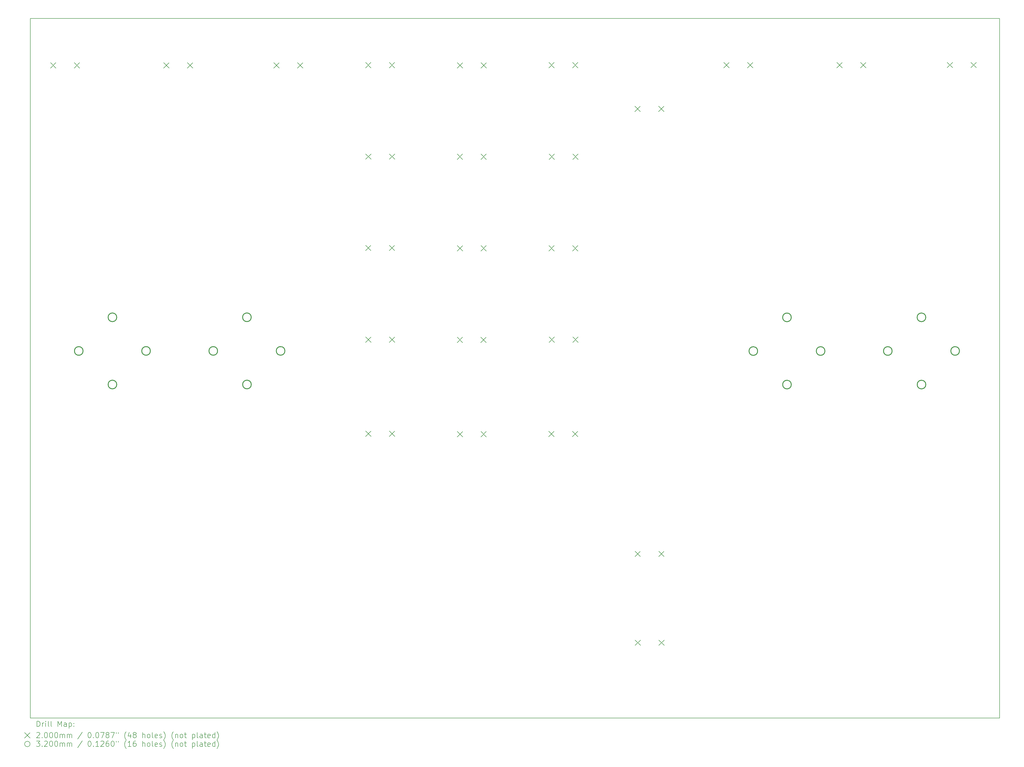
<source format=gbr>
%FSLAX45Y45*%
G04 Gerber Fmt 4.5, Leading zero omitted, Abs format (unit mm)*
G04 Created by KiCad (PCBNEW 5.99.0-unknown-91e456113f~131~ubuntu20.04.1) date 2021-09-21 13:45:02*
%MOMM*%
%LPD*%
G01*
G04 APERTURE LIST*
%TA.AperFunction,Profile*%
%ADD10C,0.150000*%
%TD*%
%ADD11C,0.200000*%
%ADD12C,0.320000*%
G04 APERTURE END LIST*
D10*
X47900000Y-31100000D02*
X11900000Y-31100000D01*
X11900000Y-31100000D02*
X11900000Y-5100000D01*
X47900000Y-5100000D02*
X47900000Y-31100000D01*
X11900000Y-5100000D02*
X47900000Y-5100000D01*
D11*
X12655000Y-6747000D02*
X12855000Y-6947000D01*
X12855000Y-6747000D02*
X12655000Y-6947000D01*
X13535000Y-6747000D02*
X13735000Y-6947000D01*
X13735000Y-6747000D02*
X13535000Y-6947000D01*
X16857000Y-6748000D02*
X17057000Y-6948000D01*
X17057000Y-6748000D02*
X16857000Y-6948000D01*
X17737000Y-6748000D02*
X17937000Y-6948000D01*
X17937000Y-6748000D02*
X17737000Y-6948000D01*
X20946000Y-6746000D02*
X21146000Y-6946000D01*
X21146000Y-6746000D02*
X20946000Y-6946000D01*
X21826000Y-6746000D02*
X22026000Y-6946000D01*
X22026000Y-6746000D02*
X21826000Y-6946000D01*
X24355000Y-13533000D02*
X24555000Y-13733000D01*
X24555000Y-13533000D02*
X24355000Y-13733000D01*
X24356000Y-6737000D02*
X24556000Y-6937000D01*
X24556000Y-6737000D02*
X24356000Y-6937000D01*
X24358000Y-16942000D02*
X24558000Y-17142000D01*
X24558000Y-16942000D02*
X24358000Y-17142000D01*
X24359000Y-10138000D02*
X24559000Y-10338000D01*
X24559000Y-10138000D02*
X24359000Y-10338000D01*
X24361000Y-20435000D02*
X24561000Y-20635000D01*
X24561000Y-20435000D02*
X24361000Y-20635000D01*
X25235000Y-13533000D02*
X25435000Y-13733000D01*
X25435000Y-13533000D02*
X25235000Y-13733000D01*
X25236000Y-6737000D02*
X25436000Y-6937000D01*
X25436000Y-6737000D02*
X25236000Y-6937000D01*
X25238000Y-16942000D02*
X25438000Y-17142000D01*
X25438000Y-16942000D02*
X25238000Y-17142000D01*
X25239000Y-10138000D02*
X25439000Y-10338000D01*
X25439000Y-10138000D02*
X25239000Y-10338000D01*
X25241000Y-20435000D02*
X25441000Y-20635000D01*
X25441000Y-20435000D02*
X25241000Y-20635000D01*
X27757000Y-16946000D02*
X27957000Y-17146000D01*
X27957000Y-16946000D02*
X27757000Y-17146000D01*
X27759000Y-10140000D02*
X27959000Y-10340000D01*
X27959000Y-10140000D02*
X27759000Y-10340000D01*
X27760000Y-13543000D02*
X27960000Y-13743000D01*
X27960000Y-13543000D02*
X27760000Y-13743000D01*
X27760000Y-20455000D02*
X27960000Y-20655000D01*
X27960000Y-20455000D02*
X27760000Y-20655000D01*
X27761000Y-6744000D02*
X27961000Y-6944000D01*
X27961000Y-6744000D02*
X27761000Y-6944000D01*
X28637000Y-16946000D02*
X28837000Y-17146000D01*
X28837000Y-16946000D02*
X28637000Y-17146000D01*
X28639000Y-10140000D02*
X28839000Y-10340000D01*
X28839000Y-10140000D02*
X28639000Y-10340000D01*
X28640000Y-13543000D02*
X28840000Y-13743000D01*
X28840000Y-13543000D02*
X28640000Y-13743000D01*
X28640000Y-20455000D02*
X28840000Y-20655000D01*
X28840000Y-20455000D02*
X28640000Y-20655000D01*
X28641000Y-6744000D02*
X28841000Y-6944000D01*
X28841000Y-6744000D02*
X28641000Y-6944000D01*
X31160000Y-20445000D02*
X31360000Y-20645000D01*
X31360000Y-20445000D02*
X31160000Y-20645000D01*
X31161000Y-6738000D02*
X31361000Y-6938000D01*
X31361000Y-6738000D02*
X31161000Y-6938000D01*
X31161000Y-13543000D02*
X31361000Y-13743000D01*
X31361000Y-13543000D02*
X31161000Y-13743000D01*
X31169697Y-10140219D02*
X31369697Y-10340219D01*
X31369697Y-10140219D02*
X31169697Y-10340219D01*
X31170000Y-16940000D02*
X31370000Y-17140000D01*
X31370000Y-16940000D02*
X31170000Y-17140000D01*
X32040000Y-20445000D02*
X32240000Y-20645000D01*
X32240000Y-20445000D02*
X32040000Y-20645000D01*
X32041000Y-6738000D02*
X32241000Y-6938000D01*
X32241000Y-6738000D02*
X32041000Y-6938000D01*
X32041000Y-13543000D02*
X32241000Y-13743000D01*
X32241000Y-13543000D02*
X32041000Y-13743000D01*
X32049697Y-10140219D02*
X32249697Y-10340219D01*
X32249697Y-10140219D02*
X32049697Y-10340219D01*
X32050000Y-16940000D02*
X32250000Y-17140000D01*
X32250000Y-16940000D02*
X32050000Y-17140000D01*
X34360000Y-8364801D02*
X34560000Y-8564801D01*
X34560000Y-8364801D02*
X34360000Y-8564801D01*
X34363000Y-24904000D02*
X34563000Y-25104000D01*
X34563000Y-24904000D02*
X34363000Y-25104000D01*
X34366000Y-28204000D02*
X34566000Y-28404000D01*
X34566000Y-28204000D02*
X34366000Y-28404000D01*
X35240000Y-8364801D02*
X35440000Y-8564801D01*
X35440000Y-8364801D02*
X35240000Y-8564801D01*
X35243000Y-24904000D02*
X35443000Y-25104000D01*
X35443000Y-24904000D02*
X35243000Y-25104000D01*
X35246000Y-28204000D02*
X35446000Y-28404000D01*
X35446000Y-28204000D02*
X35246000Y-28404000D01*
X37659000Y-6738000D02*
X37859000Y-6938000D01*
X37859000Y-6738000D02*
X37659000Y-6938000D01*
X38539000Y-6738000D02*
X38739000Y-6938000D01*
X38739000Y-6738000D02*
X38539000Y-6938000D01*
X41861000Y-6739000D02*
X42061000Y-6939000D01*
X42061000Y-6739000D02*
X41861000Y-6939000D01*
X42741000Y-6739000D02*
X42941000Y-6939000D01*
X42941000Y-6739000D02*
X42741000Y-6939000D01*
X45957000Y-6733000D02*
X46157000Y-6933000D01*
X46157000Y-6733000D02*
X45957000Y-6933000D01*
X46837000Y-6733000D02*
X47037000Y-6933000D01*
X47037000Y-6733000D02*
X46837000Y-6933000D01*
D12*
X13862000Y-17460000D02*
G75*
G03*
X13862000Y-17460000I-160000J0D01*
G01*
X15112000Y-16209000D02*
G75*
G03*
X15112000Y-16209000I-160000J0D01*
G01*
X15112000Y-18707000D02*
G75*
G03*
X15112000Y-18707000I-160000J0D01*
G01*
X16362000Y-17458000D02*
G75*
G03*
X16362000Y-17458000I-160000J0D01*
G01*
X18858000Y-17458000D02*
G75*
G03*
X18858000Y-17458000I-160000J0D01*
G01*
X20107000Y-16208000D02*
G75*
G03*
X20107000Y-16208000I-160000J0D01*
G01*
X20109000Y-18706000D02*
G75*
G03*
X20109000Y-18706000I-160000J0D01*
G01*
X21358000Y-17457000D02*
G75*
G03*
X21358000Y-17457000I-160000J0D01*
G01*
X38916000Y-17463000D02*
G75*
G03*
X38916000Y-17463000I-160000J0D01*
G01*
X40165000Y-16212000D02*
G75*
G03*
X40165000Y-16212000I-160000J0D01*
G01*
X40166000Y-18709000D02*
G75*
G03*
X40166000Y-18709000I-160000J0D01*
G01*
X41415000Y-17462000D02*
G75*
G03*
X41415000Y-17462000I-160000J0D01*
G01*
X43911000Y-17461000D02*
G75*
G03*
X43911000Y-17461000I-160000J0D01*
G01*
X45160000Y-16210000D02*
G75*
G03*
X45160000Y-16210000I-160000J0D01*
G01*
X45162000Y-18709000D02*
G75*
G03*
X45162000Y-18709000I-160000J0D01*
G01*
X46411000Y-17459000D02*
G75*
G03*
X46411000Y-17459000I-160000J0D01*
G01*
D11*
X12150119Y-31417976D02*
X12150119Y-31217976D01*
X12197738Y-31217976D01*
X12226309Y-31227500D01*
X12245357Y-31246548D01*
X12254881Y-31265595D01*
X12264405Y-31303690D01*
X12264405Y-31332262D01*
X12254881Y-31370357D01*
X12245357Y-31389405D01*
X12226309Y-31408452D01*
X12197738Y-31417976D01*
X12150119Y-31417976D01*
X12350119Y-31417976D02*
X12350119Y-31284643D01*
X12350119Y-31322738D02*
X12359643Y-31303690D01*
X12369167Y-31294167D01*
X12388214Y-31284643D01*
X12407262Y-31284643D01*
X12473928Y-31417976D02*
X12473928Y-31284643D01*
X12473928Y-31217976D02*
X12464405Y-31227500D01*
X12473928Y-31237024D01*
X12483452Y-31227500D01*
X12473928Y-31217976D01*
X12473928Y-31237024D01*
X12597738Y-31417976D02*
X12578690Y-31408452D01*
X12569167Y-31389405D01*
X12569167Y-31217976D01*
X12702500Y-31417976D02*
X12683452Y-31408452D01*
X12673928Y-31389405D01*
X12673928Y-31217976D01*
X12931071Y-31417976D02*
X12931071Y-31217976D01*
X12997738Y-31360833D01*
X13064405Y-31217976D01*
X13064405Y-31417976D01*
X13245357Y-31417976D02*
X13245357Y-31313214D01*
X13235833Y-31294167D01*
X13216786Y-31284643D01*
X13178690Y-31284643D01*
X13159643Y-31294167D01*
X13245357Y-31408452D02*
X13226309Y-31417976D01*
X13178690Y-31417976D01*
X13159643Y-31408452D01*
X13150119Y-31389405D01*
X13150119Y-31370357D01*
X13159643Y-31351309D01*
X13178690Y-31341786D01*
X13226309Y-31341786D01*
X13245357Y-31332262D01*
X13340595Y-31284643D02*
X13340595Y-31484643D01*
X13340595Y-31294167D02*
X13359643Y-31284643D01*
X13397738Y-31284643D01*
X13416786Y-31294167D01*
X13426309Y-31303690D01*
X13435833Y-31322738D01*
X13435833Y-31379881D01*
X13426309Y-31398928D01*
X13416786Y-31408452D01*
X13397738Y-31417976D01*
X13359643Y-31417976D01*
X13340595Y-31408452D01*
X13521548Y-31398928D02*
X13531071Y-31408452D01*
X13521548Y-31417976D01*
X13512024Y-31408452D01*
X13521548Y-31398928D01*
X13521548Y-31417976D01*
X13521548Y-31294167D02*
X13531071Y-31303690D01*
X13521548Y-31313214D01*
X13512024Y-31303690D01*
X13521548Y-31294167D01*
X13521548Y-31313214D01*
X11692500Y-31647500D02*
X11892500Y-31847500D01*
X11892500Y-31647500D02*
X11692500Y-31847500D01*
X12140595Y-31657024D02*
X12150119Y-31647500D01*
X12169167Y-31637976D01*
X12216786Y-31637976D01*
X12235833Y-31647500D01*
X12245357Y-31657024D01*
X12254881Y-31676071D01*
X12254881Y-31695119D01*
X12245357Y-31723690D01*
X12131071Y-31837976D01*
X12254881Y-31837976D01*
X12340595Y-31818928D02*
X12350119Y-31828452D01*
X12340595Y-31837976D01*
X12331071Y-31828452D01*
X12340595Y-31818928D01*
X12340595Y-31837976D01*
X12473928Y-31637976D02*
X12492976Y-31637976D01*
X12512024Y-31647500D01*
X12521548Y-31657024D01*
X12531071Y-31676071D01*
X12540595Y-31714167D01*
X12540595Y-31761786D01*
X12531071Y-31799881D01*
X12521548Y-31818928D01*
X12512024Y-31828452D01*
X12492976Y-31837976D01*
X12473928Y-31837976D01*
X12454881Y-31828452D01*
X12445357Y-31818928D01*
X12435833Y-31799881D01*
X12426309Y-31761786D01*
X12426309Y-31714167D01*
X12435833Y-31676071D01*
X12445357Y-31657024D01*
X12454881Y-31647500D01*
X12473928Y-31637976D01*
X12664405Y-31637976D02*
X12683452Y-31637976D01*
X12702500Y-31647500D01*
X12712024Y-31657024D01*
X12721548Y-31676071D01*
X12731071Y-31714167D01*
X12731071Y-31761786D01*
X12721548Y-31799881D01*
X12712024Y-31818928D01*
X12702500Y-31828452D01*
X12683452Y-31837976D01*
X12664405Y-31837976D01*
X12645357Y-31828452D01*
X12635833Y-31818928D01*
X12626309Y-31799881D01*
X12616786Y-31761786D01*
X12616786Y-31714167D01*
X12626309Y-31676071D01*
X12635833Y-31657024D01*
X12645357Y-31647500D01*
X12664405Y-31637976D01*
X12854881Y-31637976D02*
X12873928Y-31637976D01*
X12892976Y-31647500D01*
X12902500Y-31657024D01*
X12912024Y-31676071D01*
X12921548Y-31714167D01*
X12921548Y-31761786D01*
X12912024Y-31799881D01*
X12902500Y-31818928D01*
X12892976Y-31828452D01*
X12873928Y-31837976D01*
X12854881Y-31837976D01*
X12835833Y-31828452D01*
X12826309Y-31818928D01*
X12816786Y-31799881D01*
X12807262Y-31761786D01*
X12807262Y-31714167D01*
X12816786Y-31676071D01*
X12826309Y-31657024D01*
X12835833Y-31647500D01*
X12854881Y-31637976D01*
X13007262Y-31837976D02*
X13007262Y-31704643D01*
X13007262Y-31723690D02*
X13016786Y-31714167D01*
X13035833Y-31704643D01*
X13064405Y-31704643D01*
X13083452Y-31714167D01*
X13092976Y-31733214D01*
X13092976Y-31837976D01*
X13092976Y-31733214D02*
X13102500Y-31714167D01*
X13121548Y-31704643D01*
X13150119Y-31704643D01*
X13169167Y-31714167D01*
X13178690Y-31733214D01*
X13178690Y-31837976D01*
X13273928Y-31837976D02*
X13273928Y-31704643D01*
X13273928Y-31723690D02*
X13283452Y-31714167D01*
X13302500Y-31704643D01*
X13331071Y-31704643D01*
X13350119Y-31714167D01*
X13359643Y-31733214D01*
X13359643Y-31837976D01*
X13359643Y-31733214D02*
X13369167Y-31714167D01*
X13388214Y-31704643D01*
X13416786Y-31704643D01*
X13435833Y-31714167D01*
X13445357Y-31733214D01*
X13445357Y-31837976D01*
X13835833Y-31628452D02*
X13664405Y-31885595D01*
X14092976Y-31637976D02*
X14112024Y-31637976D01*
X14131071Y-31647500D01*
X14140595Y-31657024D01*
X14150119Y-31676071D01*
X14159643Y-31714167D01*
X14159643Y-31761786D01*
X14150119Y-31799881D01*
X14140595Y-31818928D01*
X14131071Y-31828452D01*
X14112024Y-31837976D01*
X14092976Y-31837976D01*
X14073928Y-31828452D01*
X14064405Y-31818928D01*
X14054881Y-31799881D01*
X14045357Y-31761786D01*
X14045357Y-31714167D01*
X14054881Y-31676071D01*
X14064405Y-31657024D01*
X14073928Y-31647500D01*
X14092976Y-31637976D01*
X14245357Y-31818928D02*
X14254881Y-31828452D01*
X14245357Y-31837976D01*
X14235833Y-31828452D01*
X14245357Y-31818928D01*
X14245357Y-31837976D01*
X14378690Y-31637976D02*
X14397738Y-31637976D01*
X14416786Y-31647500D01*
X14426309Y-31657024D01*
X14435833Y-31676071D01*
X14445357Y-31714167D01*
X14445357Y-31761786D01*
X14435833Y-31799881D01*
X14426309Y-31818928D01*
X14416786Y-31828452D01*
X14397738Y-31837976D01*
X14378690Y-31837976D01*
X14359643Y-31828452D01*
X14350119Y-31818928D01*
X14340595Y-31799881D01*
X14331071Y-31761786D01*
X14331071Y-31714167D01*
X14340595Y-31676071D01*
X14350119Y-31657024D01*
X14359643Y-31647500D01*
X14378690Y-31637976D01*
X14512024Y-31637976D02*
X14645357Y-31637976D01*
X14559643Y-31837976D01*
X14750119Y-31723690D02*
X14731071Y-31714167D01*
X14721548Y-31704643D01*
X14712024Y-31685595D01*
X14712024Y-31676071D01*
X14721548Y-31657024D01*
X14731071Y-31647500D01*
X14750119Y-31637976D01*
X14788214Y-31637976D01*
X14807262Y-31647500D01*
X14816786Y-31657024D01*
X14826309Y-31676071D01*
X14826309Y-31685595D01*
X14816786Y-31704643D01*
X14807262Y-31714167D01*
X14788214Y-31723690D01*
X14750119Y-31723690D01*
X14731071Y-31733214D01*
X14721548Y-31742738D01*
X14712024Y-31761786D01*
X14712024Y-31799881D01*
X14721548Y-31818928D01*
X14731071Y-31828452D01*
X14750119Y-31837976D01*
X14788214Y-31837976D01*
X14807262Y-31828452D01*
X14816786Y-31818928D01*
X14826309Y-31799881D01*
X14826309Y-31761786D01*
X14816786Y-31742738D01*
X14807262Y-31733214D01*
X14788214Y-31723690D01*
X14892976Y-31637976D02*
X15026309Y-31637976D01*
X14940595Y-31837976D01*
X15092976Y-31637976D02*
X15092976Y-31676071D01*
X15169167Y-31637976D02*
X15169167Y-31676071D01*
X15464405Y-31914167D02*
X15454881Y-31904643D01*
X15435833Y-31876071D01*
X15426309Y-31857024D01*
X15416786Y-31828452D01*
X15407262Y-31780833D01*
X15407262Y-31742738D01*
X15416786Y-31695119D01*
X15426309Y-31666548D01*
X15435833Y-31647500D01*
X15454881Y-31618928D01*
X15464405Y-31609405D01*
X15626309Y-31704643D02*
X15626309Y-31837976D01*
X15578690Y-31628452D02*
X15531071Y-31771309D01*
X15654881Y-31771309D01*
X15759643Y-31723690D02*
X15740595Y-31714167D01*
X15731071Y-31704643D01*
X15721548Y-31685595D01*
X15721548Y-31676071D01*
X15731071Y-31657024D01*
X15740595Y-31647500D01*
X15759643Y-31637976D01*
X15797738Y-31637976D01*
X15816786Y-31647500D01*
X15826309Y-31657024D01*
X15835833Y-31676071D01*
X15835833Y-31685595D01*
X15826309Y-31704643D01*
X15816786Y-31714167D01*
X15797738Y-31723690D01*
X15759643Y-31723690D01*
X15740595Y-31733214D01*
X15731071Y-31742738D01*
X15721548Y-31761786D01*
X15721548Y-31799881D01*
X15731071Y-31818928D01*
X15740595Y-31828452D01*
X15759643Y-31837976D01*
X15797738Y-31837976D01*
X15816786Y-31828452D01*
X15826309Y-31818928D01*
X15835833Y-31799881D01*
X15835833Y-31761786D01*
X15826309Y-31742738D01*
X15816786Y-31733214D01*
X15797738Y-31723690D01*
X16073928Y-31837976D02*
X16073928Y-31637976D01*
X16159643Y-31837976D02*
X16159643Y-31733214D01*
X16150119Y-31714167D01*
X16131071Y-31704643D01*
X16102500Y-31704643D01*
X16083452Y-31714167D01*
X16073928Y-31723690D01*
X16283452Y-31837976D02*
X16264405Y-31828452D01*
X16254881Y-31818928D01*
X16245357Y-31799881D01*
X16245357Y-31742738D01*
X16254881Y-31723690D01*
X16264405Y-31714167D01*
X16283452Y-31704643D01*
X16312024Y-31704643D01*
X16331071Y-31714167D01*
X16340595Y-31723690D01*
X16350119Y-31742738D01*
X16350119Y-31799881D01*
X16340595Y-31818928D01*
X16331071Y-31828452D01*
X16312024Y-31837976D01*
X16283452Y-31837976D01*
X16464405Y-31837976D02*
X16445357Y-31828452D01*
X16435833Y-31809405D01*
X16435833Y-31637976D01*
X16616786Y-31828452D02*
X16597738Y-31837976D01*
X16559643Y-31837976D01*
X16540595Y-31828452D01*
X16531071Y-31809405D01*
X16531071Y-31733214D01*
X16540595Y-31714167D01*
X16559643Y-31704643D01*
X16597738Y-31704643D01*
X16616786Y-31714167D01*
X16626309Y-31733214D01*
X16626309Y-31752262D01*
X16531071Y-31771309D01*
X16702500Y-31828452D02*
X16721548Y-31837976D01*
X16759643Y-31837976D01*
X16778690Y-31828452D01*
X16788214Y-31809405D01*
X16788214Y-31799881D01*
X16778690Y-31780833D01*
X16759643Y-31771309D01*
X16731071Y-31771309D01*
X16712024Y-31761786D01*
X16702500Y-31742738D01*
X16702500Y-31733214D01*
X16712024Y-31714167D01*
X16731071Y-31704643D01*
X16759643Y-31704643D01*
X16778690Y-31714167D01*
X16854881Y-31914167D02*
X16864405Y-31904643D01*
X16883452Y-31876071D01*
X16892976Y-31857024D01*
X16902500Y-31828452D01*
X16912024Y-31780833D01*
X16912024Y-31742738D01*
X16902500Y-31695119D01*
X16892976Y-31666548D01*
X16883452Y-31647500D01*
X16864405Y-31618928D01*
X16854881Y-31609405D01*
X17216786Y-31914167D02*
X17207262Y-31904643D01*
X17188214Y-31876071D01*
X17178690Y-31857024D01*
X17169167Y-31828452D01*
X17159643Y-31780833D01*
X17159643Y-31742738D01*
X17169167Y-31695119D01*
X17178690Y-31666548D01*
X17188214Y-31647500D01*
X17207262Y-31618928D01*
X17216786Y-31609405D01*
X17292976Y-31704643D02*
X17292976Y-31837976D01*
X17292976Y-31723690D02*
X17302500Y-31714167D01*
X17321548Y-31704643D01*
X17350119Y-31704643D01*
X17369167Y-31714167D01*
X17378690Y-31733214D01*
X17378690Y-31837976D01*
X17502500Y-31837976D02*
X17483452Y-31828452D01*
X17473929Y-31818928D01*
X17464405Y-31799881D01*
X17464405Y-31742738D01*
X17473929Y-31723690D01*
X17483452Y-31714167D01*
X17502500Y-31704643D01*
X17531071Y-31704643D01*
X17550119Y-31714167D01*
X17559643Y-31723690D01*
X17569167Y-31742738D01*
X17569167Y-31799881D01*
X17559643Y-31818928D01*
X17550119Y-31828452D01*
X17531071Y-31837976D01*
X17502500Y-31837976D01*
X17626310Y-31704643D02*
X17702500Y-31704643D01*
X17654881Y-31637976D02*
X17654881Y-31809405D01*
X17664405Y-31828452D01*
X17683452Y-31837976D01*
X17702500Y-31837976D01*
X17921548Y-31704643D02*
X17921548Y-31904643D01*
X17921548Y-31714167D02*
X17940595Y-31704643D01*
X17978690Y-31704643D01*
X17997738Y-31714167D01*
X18007262Y-31723690D01*
X18016786Y-31742738D01*
X18016786Y-31799881D01*
X18007262Y-31818928D01*
X17997738Y-31828452D01*
X17978690Y-31837976D01*
X17940595Y-31837976D01*
X17921548Y-31828452D01*
X18131071Y-31837976D02*
X18112024Y-31828452D01*
X18102500Y-31809405D01*
X18102500Y-31637976D01*
X18292976Y-31837976D02*
X18292976Y-31733214D01*
X18283452Y-31714167D01*
X18264405Y-31704643D01*
X18226310Y-31704643D01*
X18207262Y-31714167D01*
X18292976Y-31828452D02*
X18273929Y-31837976D01*
X18226310Y-31837976D01*
X18207262Y-31828452D01*
X18197738Y-31809405D01*
X18197738Y-31790357D01*
X18207262Y-31771309D01*
X18226310Y-31761786D01*
X18273929Y-31761786D01*
X18292976Y-31752262D01*
X18359643Y-31704643D02*
X18435833Y-31704643D01*
X18388214Y-31637976D02*
X18388214Y-31809405D01*
X18397738Y-31828452D01*
X18416786Y-31837976D01*
X18435833Y-31837976D01*
X18578690Y-31828452D02*
X18559643Y-31837976D01*
X18521548Y-31837976D01*
X18502500Y-31828452D01*
X18492976Y-31809405D01*
X18492976Y-31733214D01*
X18502500Y-31714167D01*
X18521548Y-31704643D01*
X18559643Y-31704643D01*
X18578690Y-31714167D01*
X18588214Y-31733214D01*
X18588214Y-31752262D01*
X18492976Y-31771309D01*
X18759643Y-31837976D02*
X18759643Y-31637976D01*
X18759643Y-31828452D02*
X18740595Y-31837976D01*
X18702500Y-31837976D01*
X18683452Y-31828452D01*
X18673929Y-31818928D01*
X18664405Y-31799881D01*
X18664405Y-31742738D01*
X18673929Y-31723690D01*
X18683452Y-31714167D01*
X18702500Y-31704643D01*
X18740595Y-31704643D01*
X18759643Y-31714167D01*
X18835833Y-31914167D02*
X18845357Y-31904643D01*
X18864405Y-31876071D01*
X18873929Y-31857024D01*
X18883452Y-31828452D01*
X18892976Y-31780833D01*
X18892976Y-31742738D01*
X18883452Y-31695119D01*
X18873929Y-31666548D01*
X18864405Y-31647500D01*
X18845357Y-31618928D01*
X18835833Y-31609405D01*
X11892500Y-32067500D02*
G75*
G03*
X11892500Y-32067500I-100000J0D01*
G01*
X12131071Y-31957976D02*
X12254881Y-31957976D01*
X12188214Y-32034167D01*
X12216786Y-32034167D01*
X12235833Y-32043690D01*
X12245357Y-32053214D01*
X12254881Y-32072262D01*
X12254881Y-32119881D01*
X12245357Y-32138928D01*
X12235833Y-32148452D01*
X12216786Y-32157976D01*
X12159643Y-32157976D01*
X12140595Y-32148452D01*
X12131071Y-32138928D01*
X12340595Y-32138928D02*
X12350119Y-32148452D01*
X12340595Y-32157976D01*
X12331071Y-32148452D01*
X12340595Y-32138928D01*
X12340595Y-32157976D01*
X12426309Y-31977024D02*
X12435833Y-31967500D01*
X12454881Y-31957976D01*
X12502500Y-31957976D01*
X12521548Y-31967500D01*
X12531071Y-31977024D01*
X12540595Y-31996071D01*
X12540595Y-32015119D01*
X12531071Y-32043690D01*
X12416786Y-32157976D01*
X12540595Y-32157976D01*
X12664405Y-31957976D02*
X12683452Y-31957976D01*
X12702500Y-31967500D01*
X12712024Y-31977024D01*
X12721548Y-31996071D01*
X12731071Y-32034167D01*
X12731071Y-32081786D01*
X12721548Y-32119881D01*
X12712024Y-32138928D01*
X12702500Y-32148452D01*
X12683452Y-32157976D01*
X12664405Y-32157976D01*
X12645357Y-32148452D01*
X12635833Y-32138928D01*
X12626309Y-32119881D01*
X12616786Y-32081786D01*
X12616786Y-32034167D01*
X12626309Y-31996071D01*
X12635833Y-31977024D01*
X12645357Y-31967500D01*
X12664405Y-31957976D01*
X12854881Y-31957976D02*
X12873928Y-31957976D01*
X12892976Y-31967500D01*
X12902500Y-31977024D01*
X12912024Y-31996071D01*
X12921548Y-32034167D01*
X12921548Y-32081786D01*
X12912024Y-32119881D01*
X12902500Y-32138928D01*
X12892976Y-32148452D01*
X12873928Y-32157976D01*
X12854881Y-32157976D01*
X12835833Y-32148452D01*
X12826309Y-32138928D01*
X12816786Y-32119881D01*
X12807262Y-32081786D01*
X12807262Y-32034167D01*
X12816786Y-31996071D01*
X12826309Y-31977024D01*
X12835833Y-31967500D01*
X12854881Y-31957976D01*
X13007262Y-32157976D02*
X13007262Y-32024643D01*
X13007262Y-32043690D02*
X13016786Y-32034167D01*
X13035833Y-32024643D01*
X13064405Y-32024643D01*
X13083452Y-32034167D01*
X13092976Y-32053214D01*
X13092976Y-32157976D01*
X13092976Y-32053214D02*
X13102500Y-32034167D01*
X13121548Y-32024643D01*
X13150119Y-32024643D01*
X13169167Y-32034167D01*
X13178690Y-32053214D01*
X13178690Y-32157976D01*
X13273928Y-32157976D02*
X13273928Y-32024643D01*
X13273928Y-32043690D02*
X13283452Y-32034167D01*
X13302500Y-32024643D01*
X13331071Y-32024643D01*
X13350119Y-32034167D01*
X13359643Y-32053214D01*
X13359643Y-32157976D01*
X13359643Y-32053214D02*
X13369167Y-32034167D01*
X13388214Y-32024643D01*
X13416786Y-32024643D01*
X13435833Y-32034167D01*
X13445357Y-32053214D01*
X13445357Y-32157976D01*
X13835833Y-31948452D02*
X13664405Y-32205595D01*
X14092976Y-31957976D02*
X14112024Y-31957976D01*
X14131071Y-31967500D01*
X14140595Y-31977024D01*
X14150119Y-31996071D01*
X14159643Y-32034167D01*
X14159643Y-32081786D01*
X14150119Y-32119881D01*
X14140595Y-32138928D01*
X14131071Y-32148452D01*
X14112024Y-32157976D01*
X14092976Y-32157976D01*
X14073928Y-32148452D01*
X14064405Y-32138928D01*
X14054881Y-32119881D01*
X14045357Y-32081786D01*
X14045357Y-32034167D01*
X14054881Y-31996071D01*
X14064405Y-31977024D01*
X14073928Y-31967500D01*
X14092976Y-31957976D01*
X14245357Y-32138928D02*
X14254881Y-32148452D01*
X14245357Y-32157976D01*
X14235833Y-32148452D01*
X14245357Y-32138928D01*
X14245357Y-32157976D01*
X14445357Y-32157976D02*
X14331071Y-32157976D01*
X14388214Y-32157976D02*
X14388214Y-31957976D01*
X14369167Y-31986548D01*
X14350119Y-32005595D01*
X14331071Y-32015119D01*
X14521548Y-31977024D02*
X14531071Y-31967500D01*
X14550119Y-31957976D01*
X14597738Y-31957976D01*
X14616786Y-31967500D01*
X14626309Y-31977024D01*
X14635833Y-31996071D01*
X14635833Y-32015119D01*
X14626309Y-32043690D01*
X14512024Y-32157976D01*
X14635833Y-32157976D01*
X14807262Y-31957976D02*
X14769167Y-31957976D01*
X14750119Y-31967500D01*
X14740595Y-31977024D01*
X14721548Y-32005595D01*
X14712024Y-32043690D01*
X14712024Y-32119881D01*
X14721548Y-32138928D01*
X14731071Y-32148452D01*
X14750119Y-32157976D01*
X14788214Y-32157976D01*
X14807262Y-32148452D01*
X14816786Y-32138928D01*
X14826309Y-32119881D01*
X14826309Y-32072262D01*
X14816786Y-32053214D01*
X14807262Y-32043690D01*
X14788214Y-32034167D01*
X14750119Y-32034167D01*
X14731071Y-32043690D01*
X14721548Y-32053214D01*
X14712024Y-32072262D01*
X14950119Y-31957976D02*
X14969167Y-31957976D01*
X14988214Y-31967500D01*
X14997738Y-31977024D01*
X15007262Y-31996071D01*
X15016786Y-32034167D01*
X15016786Y-32081786D01*
X15007262Y-32119881D01*
X14997738Y-32138928D01*
X14988214Y-32148452D01*
X14969167Y-32157976D01*
X14950119Y-32157976D01*
X14931071Y-32148452D01*
X14921548Y-32138928D01*
X14912024Y-32119881D01*
X14902500Y-32081786D01*
X14902500Y-32034167D01*
X14912024Y-31996071D01*
X14921548Y-31977024D01*
X14931071Y-31967500D01*
X14950119Y-31957976D01*
X15092976Y-31957976D02*
X15092976Y-31996071D01*
X15169167Y-31957976D02*
X15169167Y-31996071D01*
X15464405Y-32234167D02*
X15454881Y-32224643D01*
X15435833Y-32196071D01*
X15426309Y-32177024D01*
X15416786Y-32148452D01*
X15407262Y-32100833D01*
X15407262Y-32062738D01*
X15416786Y-32015119D01*
X15426309Y-31986548D01*
X15435833Y-31967500D01*
X15454881Y-31938928D01*
X15464405Y-31929405D01*
X15645357Y-32157976D02*
X15531071Y-32157976D01*
X15588214Y-32157976D02*
X15588214Y-31957976D01*
X15569167Y-31986548D01*
X15550119Y-32005595D01*
X15531071Y-32015119D01*
X15816786Y-31957976D02*
X15778690Y-31957976D01*
X15759643Y-31967500D01*
X15750119Y-31977024D01*
X15731071Y-32005595D01*
X15721548Y-32043690D01*
X15721548Y-32119881D01*
X15731071Y-32138928D01*
X15740595Y-32148452D01*
X15759643Y-32157976D01*
X15797738Y-32157976D01*
X15816786Y-32148452D01*
X15826309Y-32138928D01*
X15835833Y-32119881D01*
X15835833Y-32072262D01*
X15826309Y-32053214D01*
X15816786Y-32043690D01*
X15797738Y-32034167D01*
X15759643Y-32034167D01*
X15740595Y-32043690D01*
X15731071Y-32053214D01*
X15721548Y-32072262D01*
X16073928Y-32157976D02*
X16073928Y-31957976D01*
X16159643Y-32157976D02*
X16159643Y-32053214D01*
X16150119Y-32034167D01*
X16131071Y-32024643D01*
X16102500Y-32024643D01*
X16083452Y-32034167D01*
X16073928Y-32043690D01*
X16283452Y-32157976D02*
X16264405Y-32148452D01*
X16254881Y-32138928D01*
X16245357Y-32119881D01*
X16245357Y-32062738D01*
X16254881Y-32043690D01*
X16264405Y-32034167D01*
X16283452Y-32024643D01*
X16312024Y-32024643D01*
X16331071Y-32034167D01*
X16340595Y-32043690D01*
X16350119Y-32062738D01*
X16350119Y-32119881D01*
X16340595Y-32138928D01*
X16331071Y-32148452D01*
X16312024Y-32157976D01*
X16283452Y-32157976D01*
X16464405Y-32157976D02*
X16445357Y-32148452D01*
X16435833Y-32129405D01*
X16435833Y-31957976D01*
X16616786Y-32148452D02*
X16597738Y-32157976D01*
X16559643Y-32157976D01*
X16540595Y-32148452D01*
X16531071Y-32129405D01*
X16531071Y-32053214D01*
X16540595Y-32034167D01*
X16559643Y-32024643D01*
X16597738Y-32024643D01*
X16616786Y-32034167D01*
X16626309Y-32053214D01*
X16626309Y-32072262D01*
X16531071Y-32091309D01*
X16702500Y-32148452D02*
X16721548Y-32157976D01*
X16759643Y-32157976D01*
X16778690Y-32148452D01*
X16788214Y-32129405D01*
X16788214Y-32119881D01*
X16778690Y-32100833D01*
X16759643Y-32091309D01*
X16731071Y-32091309D01*
X16712024Y-32081786D01*
X16702500Y-32062738D01*
X16702500Y-32053214D01*
X16712024Y-32034167D01*
X16731071Y-32024643D01*
X16759643Y-32024643D01*
X16778690Y-32034167D01*
X16854881Y-32234167D02*
X16864405Y-32224643D01*
X16883452Y-32196071D01*
X16892976Y-32177024D01*
X16902500Y-32148452D01*
X16912024Y-32100833D01*
X16912024Y-32062738D01*
X16902500Y-32015119D01*
X16892976Y-31986548D01*
X16883452Y-31967500D01*
X16864405Y-31938928D01*
X16854881Y-31929405D01*
X17216786Y-32234167D02*
X17207262Y-32224643D01*
X17188214Y-32196071D01*
X17178690Y-32177024D01*
X17169167Y-32148452D01*
X17159643Y-32100833D01*
X17159643Y-32062738D01*
X17169167Y-32015119D01*
X17178690Y-31986548D01*
X17188214Y-31967500D01*
X17207262Y-31938928D01*
X17216786Y-31929405D01*
X17292976Y-32024643D02*
X17292976Y-32157976D01*
X17292976Y-32043690D02*
X17302500Y-32034167D01*
X17321548Y-32024643D01*
X17350119Y-32024643D01*
X17369167Y-32034167D01*
X17378690Y-32053214D01*
X17378690Y-32157976D01*
X17502500Y-32157976D02*
X17483452Y-32148452D01*
X17473929Y-32138928D01*
X17464405Y-32119881D01*
X17464405Y-32062738D01*
X17473929Y-32043690D01*
X17483452Y-32034167D01*
X17502500Y-32024643D01*
X17531071Y-32024643D01*
X17550119Y-32034167D01*
X17559643Y-32043690D01*
X17569167Y-32062738D01*
X17569167Y-32119881D01*
X17559643Y-32138928D01*
X17550119Y-32148452D01*
X17531071Y-32157976D01*
X17502500Y-32157976D01*
X17626310Y-32024643D02*
X17702500Y-32024643D01*
X17654881Y-31957976D02*
X17654881Y-32129405D01*
X17664405Y-32148452D01*
X17683452Y-32157976D01*
X17702500Y-32157976D01*
X17921548Y-32024643D02*
X17921548Y-32224643D01*
X17921548Y-32034167D02*
X17940595Y-32024643D01*
X17978690Y-32024643D01*
X17997738Y-32034167D01*
X18007262Y-32043690D01*
X18016786Y-32062738D01*
X18016786Y-32119881D01*
X18007262Y-32138928D01*
X17997738Y-32148452D01*
X17978690Y-32157976D01*
X17940595Y-32157976D01*
X17921548Y-32148452D01*
X18131071Y-32157976D02*
X18112024Y-32148452D01*
X18102500Y-32129405D01*
X18102500Y-31957976D01*
X18292976Y-32157976D02*
X18292976Y-32053214D01*
X18283452Y-32034167D01*
X18264405Y-32024643D01*
X18226310Y-32024643D01*
X18207262Y-32034167D01*
X18292976Y-32148452D02*
X18273929Y-32157976D01*
X18226310Y-32157976D01*
X18207262Y-32148452D01*
X18197738Y-32129405D01*
X18197738Y-32110357D01*
X18207262Y-32091309D01*
X18226310Y-32081786D01*
X18273929Y-32081786D01*
X18292976Y-32072262D01*
X18359643Y-32024643D02*
X18435833Y-32024643D01*
X18388214Y-31957976D02*
X18388214Y-32129405D01*
X18397738Y-32148452D01*
X18416786Y-32157976D01*
X18435833Y-32157976D01*
X18578690Y-32148452D02*
X18559643Y-32157976D01*
X18521548Y-32157976D01*
X18502500Y-32148452D01*
X18492976Y-32129405D01*
X18492976Y-32053214D01*
X18502500Y-32034167D01*
X18521548Y-32024643D01*
X18559643Y-32024643D01*
X18578690Y-32034167D01*
X18588214Y-32053214D01*
X18588214Y-32072262D01*
X18492976Y-32091309D01*
X18759643Y-32157976D02*
X18759643Y-31957976D01*
X18759643Y-32148452D02*
X18740595Y-32157976D01*
X18702500Y-32157976D01*
X18683452Y-32148452D01*
X18673929Y-32138928D01*
X18664405Y-32119881D01*
X18664405Y-32062738D01*
X18673929Y-32043690D01*
X18683452Y-32034167D01*
X18702500Y-32024643D01*
X18740595Y-32024643D01*
X18759643Y-32034167D01*
X18835833Y-32234167D02*
X18845357Y-32224643D01*
X18864405Y-32196071D01*
X18873929Y-32177024D01*
X18883452Y-32148452D01*
X18892976Y-32100833D01*
X18892976Y-32062738D01*
X18883452Y-32015119D01*
X18873929Y-31986548D01*
X18864405Y-31967500D01*
X18845357Y-31938928D01*
X18835833Y-31929405D01*
M02*

</source>
